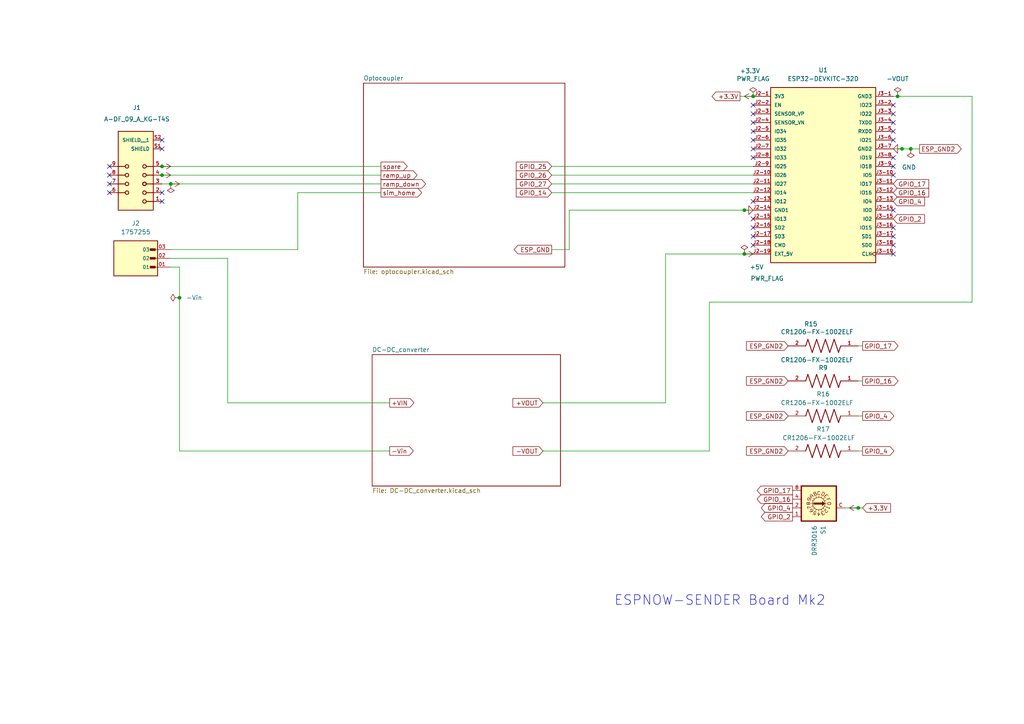
<source format=kicad_sch>
(kicad_sch (version 20250114) (generator "eeschema") (generator_version "9.0")
  (paper "A4")
  (lib_symbols
    (symbol "1757255:1757255" (pin_names (offset 1.016))
      (property "Reference" "J" (at -6.85 5.08 0))
      (property "Value" "1757255" (at -6.35 -7.62 0))
      (symbol "1757255_0_0"
        (rectangle (start -6.35 -5.08) (end 6.35 5.08) (stroke (width 0.254)) (fill (type background)))
        (rectangle (start -5.715 2.2225) (end -4.1275 2.8575) (stroke (width 0.1)) (fill (type outline)))
        (rectangle (start -5.715 -0.3175) (end -4.1275 0.3175) (stroke (width 0.1)) (fill (type outline)))
        (rectangle (start -5.715 -2.8575) (end -4.1275 -2.2225) (stroke (width 0.1)) (fill (type outline)))
        (pin passive line (at -10.16 2.54 0) (length 5.08) (name "01") (number "01"))
        (pin passive line (at -10.16 0 0) (length 5.08) (name "02") (number "02"))
        (pin passive line (at -10.16 -2.54 0) (length 5.08) (name "03") (number "03"))
      )
    )
    (symbol "A-DF_09_A_KG-T4S:A-DF_09_A_KG-T4S" (pin_names (offset 1.016))
      (property "Reference" "J" (at -5.08 10.795 0))
      (property "Value" "A-DF_09_A_KG-T4S" (at -5.08 -15.24 0))
      (symbol "A-DF_09_A_KG-T4S_0_0"
        (polyline (pts (xy -5.08 7.62) (xy -3.048 7.62)) (stroke (width 0.254)))
        (polyline (pts (xy -5.08 5.08) (xy -3.048 5.08)) (stroke (width 0.254)))
        (polyline (pts (xy -5.08 2.54) (xy -3.048 2.54)) (stroke (width 0.254)))
        (polyline (pts (xy -5.08 0) (xy -3.048 0)) (stroke (width 0.254)))
        (polyline (pts (xy -5.08 -2.54) (xy -3.048 -2.54)) (stroke (width 0.254)))
        (rectangle (start -5.08 -12.7) (end 5.08 10.16) (stroke (width 0.254)) (fill (type background)))
        (circle (center -2.54 7.62) (radius 0.508) (stroke (width 0.254)))
        (circle (center -2.54 5.08) (radius 0.508) (stroke (width 0.254)))
        (circle (center -2.54 2.54) (radius 0.508) (stroke (width 0.254)))
        (circle (center -2.54 2.54) (radius 0.508) (stroke (width 0.254)))
        (circle (center -2.54 0) (radius 0.508) (stroke (width 0.254)))
        (circle (center -2.54 -2.54) (radius 0.508) (stroke (width 0.254)))
        (circle (center 2.54 5.08) (radius 0.508) (stroke (width 0.254)))
        (circle (center 2.54 2.54) (radius 0.508) (stroke (width 0.254)))
        (circle (center 2.54 0) (radius 0.508) (stroke (width 0.254)))
        (circle (center 2.54 -2.54) (radius 0.508) (stroke (width 0.254)))
        (polyline (pts (xy 5.08 5.08) (xy 3.048 5.08)) (stroke (width 0.254)))
        (polyline (pts (xy 5.08 2.54) (xy 3.048 2.54)) (stroke (width 0.254)))
        (polyline (pts (xy 5.08 0) (xy 3.048 0)) (stroke (width 0.254)))
        (polyline (pts (xy 5.08 -2.54) (xy 3.048 -2.54)) (stroke (width 0.254)))
        (pin passive line (at -7.62 7.62 0) (length 2.54) (name "~") (number "1"))
        (pin passive line (at -7.62 5.08 0) (length 2.54) (name "~") (number "2"))
        (pin passive line (at -7.62 2.54 0) (length 2.54) (name "~") (number "3"))
        (pin passive line (at -7.62 0 0) (length 2.54) (name "~") (number "4"))
        (pin passive line (at -7.62 -2.54 0) (length 2.54) (name "~") (number "5"))
        (pin passive line (at -7.62 -7.62 0) (length 2.54) (name "SHIELD") (number "S1"))
        (pin passive line (at -7.62 -10.16 0) (length 2.54) (name "SHIELD__1") (number "S2"))
        (pin passive line (at 7.62 5.08 180) (length 2.54) (name "~") (number "6"))
        (pin passive line (at 7.62 2.54 180) (length 2.54) (name "~") (number "7"))
        (pin passive line (at 7.62 0 180) (length 2.54) (name "~") (number "8"))
        (pin passive line (at 7.62 -2.54 180) (length 2.54) (name "~") (number "9"))
      )
    )
    (symbol "CR1206-FX-1002ELF:CR1206-FX-1002ELF" (pin_names (offset 1.016))
      (property "Reference" "R" (at -7.6244 2.5415 0))
      (property "Value" "CR1206-FX-1002ELF" (at -7.63 -5.0866 0))
      (symbol "CR1206-FX-1002ELF_0_0"
        (polyline (pts (xy -5.08 0) (xy -4.445 1.905)) (stroke (width 0.254)))
        (polyline (pts (xy -4.445 1.905) (xy -3.175 -1.905)) (stroke (width 0.254)))
        (polyline (pts (xy -3.175 -1.905) (xy -1.905 1.905)) (stroke (width 0.254)))
        (polyline (pts (xy -1.905 1.905) (xy -0.635 -1.905)) (stroke (width 0.254)))
        (polyline (pts (xy -0.635 -1.905) (xy 0.635 1.905)) (stroke (width 0.254)))
        (polyline (pts (xy 0.635 1.905) (xy 1.905 -1.905)) (stroke (width 0.254)))
        (polyline (pts (xy 1.905 -1.905) (xy 3.175 1.905)) (stroke (width 0.254)))
        (polyline (pts (xy 3.175 1.905) (xy 4.445 -1.905)) (stroke (width 0.254)))
        (polyline (pts (xy 4.445 -1.905) (xy 5.08 0)) (stroke (width 0.254)))
        (pin passive line (at -10.16 0 0) (length 5.08) (name "~") (number "1"))
        (pin passive line (at 10.16 0 180) (length 5.08) (name "~") (number "2"))
      )
    )
    (symbol "DRR3016:DRR3016" (pin_names (offset 1.016))
      (property "Reference" "S" (at -4.4499 -5.0856 90))
      (property "Value" "DRR3016" (at 8.9007 -5.0861 90))
      (symbol "DRR3016_0_0"
        (rectangle (start -3.81 -5.08) (end 6.35 5.08) (stroke (width 0.4064)) (fill (type background)))
        (polyline (pts (xy -2.2352 0.1524) (xy -1.7526 -0.3048)) (stroke (width 0.127)))
        (polyline (pts (xy -2.0574 -1.143) (xy -1.8796 -1.5748)) (stroke (width 0.127)))
        (polyline (pts (xy -2.032 1.143) (xy -1.778 1.7018)) (stroke (width 0.127)))
        (polyline (pts (xy -2.032 1.143) (xy -1.6256 0.9398)) (stroke (width 0.127)))
        (polyline (pts (xy -1.9812 -1.016) (xy -2.0574 -1.143)) (stroke (width 0.127)))
        (polyline (pts (xy -1.778 -0.9144) (xy -1.9812 -1.016)) (stroke (width 0.127)))
        (polyline (pts (xy -1.7526 -0.3048) (xy -1.7526 0.3048)) (stroke (width 0.127)))
        (polyline (pts (xy -1.651 1.1684) (xy -1.5494 1.397)) (stroke (width 0.127)))
        (polyline (pts (xy -1.6256 0.9398) (xy -1.651 1.1684)) (stroke (width 0.127)))
        (polyline (pts (xy -1.6256 -0.9398) (xy -1.778 -0.9144)) (stroke (width 0.127)))
        (polyline (pts (xy -1.6256 -0.9398) (xy -1.5494 -1.143)) (stroke (width 0.127)))
        (polyline (pts (xy -1.6256 -1.6256) (xy -1.8796 -1.5748)) (stroke (width 0.127)))
        (polyline (pts (xy -1.5748 -0.8128) (xy -1.6256 -0.9398)) (stroke (width 0.127)))
        (polyline (pts (xy -1.5494 1.397) (xy -1.3462 1.4732)) (stroke (width 0.127)))
        (polyline (pts (xy -1.3716 -0.7112) (xy -1.5748 -0.8128)) (stroke (width 0.127)))
        (polyline (pts (xy -1.3716 -2.0574) (xy -1.2192 -1.9304)) (stroke (width 0.127)))
        (polyline (pts (xy -1.3716 -2.286) (xy -1.3716 -2.0574)) (stroke (width 0.127)))
        (polyline (pts (xy -1.3716 -2.286) (xy -1.1176 -2.5654)) (stroke (width 0.127)))
        (polyline (pts (xy -1.3462 1.4732) (xy -1.0922 1.3462)) (stroke (width 0.127)))
        (polyline (pts (xy -1.2954 0.1524) (xy -2.2352 0.1524)) (stroke (width 0.127)))
        (polyline (pts (xy -1.2192 -1.9304) (xy -0.3556 -1.9812)) (stroke (width 0.127)))
        (polyline (pts (xy -1.1684 2.3876) (xy -0.9652 2.7432)) (stroke (width 0.127)))
        (polyline (pts (xy -1.143 0.889) (xy -1.3462 0.8128)) (stroke (width 0.127)))
        (polyline (pts (xy -1.143 -0.762) (xy -1.3716 -0.7112)) (stroke (width 0.127)))
        (polyline (pts (xy -1.143 -0.762) (xy -0.9652 -1.1938)) (stroke (width 0.127)))
        (polyline (pts (xy -1.1176 -2.5654) (xy -0.8382 -2.5654)) (stroke (width 0.127)))
        (polyline (pts (xy -1.0922 1.3462) (xy -1.016 1.143)) (stroke (width 0.127)))
        (polyline (pts (xy -1.0668 1.9304) (xy -1.1684 2.3876)) (stroke (width 0.127)))
        (polyline (pts (xy -1.0668 -1.3716) (xy -0.9652 -1.1938)) (stroke (width 0.127)))
        (polyline (pts (xy -1.016 1.143) (xy -1.143 0.889)) (stroke (width 0.127)))
        (polyline (pts (xy -0.9144 0) (xy -0.5334 0)) (stroke (width 0.127)))
        (polyline (pts (xy -0.8636 1.7272) (xy -1.0668 1.9304)) (stroke (width 0.127)))
        (polyline (pts (xy -0.762 -1.5494) (xy -0.3556 -1.9812)) (stroke (width 0.127)))
        (polyline (pts (xy -0.7112 2.3368) (xy -1.0668 1.9304)) (stroke (width 0.127)))
        (polyline (pts (xy -0.6096 1.7272) (xy -0.8636 1.7272)) (stroke (width 0.127)))
        (polyline (pts (xy -0.6096 1.7272) (xy -0.3556 1.9812)) (stroke (width 0.127)))
        (polyline (pts (xy -0.4572 2.3368) (xy -0.7112 2.3368)) (stroke (width 0.127)))
        (polyline (pts (xy -0.381 0.7366) (xy -0.762 0.889)) (stroke (width 0.127)))
        (polyline (pts (xy -0.381 -0.7112) (xy -0.762 -0.8636)) (stroke (width 0.127)))
        (polyline (pts (xy -0.3556 2.2352) (xy -0.4572 2.3368)) (stroke (width 0.127)))
        (polyline (pts (xy -0.3556 1.9812) (xy -0.3556 2.2352)) (stroke (width 0.127)))
        (polyline (pts (xy -0.3048 3.0988) (xy 0.254 3.3528)) (stroke (width 0.127)))
        (polyline (pts (xy -0.1778 -3.1496) (xy 0.127 -3.0988)) (stroke (width 0.127)))
        (polyline (pts (xy -0.0254 -1.27) (xy -0.2794 -1.524)) (stroke (width 0.127)))
        (polyline (pts (xy 0 1.27) (xy -0.254 1.524)) (stroke (width 0.127)))
        (polyline (pts (xy 0.0762 -2.2352) (xy 0.3556 -2.3622)) (stroke (width 0.127)))
        (polyline (pts (xy 0.1016 2.4384) (xy 0.1524 2.286)) (stroke (width 0.127)))
        (polyline (pts (xy 0.2032 -2.3114) (xy -0.1778 -3.1496)) (stroke (width 0.127)))
        (polyline (pts (xy 0.254 3.3528) (xy 0.3048 3.2004)) (stroke (width 0.127)))
        (polyline (pts (xy 0.3048 3.2004) (xy 0.1016 2.4384)) (stroke (width 0.127)))
        (polyline (pts (xy 0.508 -1.651) (xy 0.3556 -1.9812)) (stroke (width 0.127)))
        (polyline (pts (xy 0.6096 1.7018) (xy 0.4572 2.0828)) (stroke (width 0.127)))
        (polyline (pts (xy 0.762 -1.0922) (xy 1.27 -1.6002)) (stroke (width 0.254)))
        (polyline (pts (xy 0.9652 -2.7432) (xy 0.9652 -3.3528)) (stroke (width 0.127)))
        (polyline (pts (xy 0.9652 -3.3528) (xy 1.1176 -3.5052)) (stroke (width 0.127)))
        (polyline (pts (xy 0.9906 3.3274) (xy 0.9906 3.175)) (stroke (width 0.127)))
        (polyline (pts (xy 0.9906 3.175) (xy 1.143 3.0226)) (stroke (width 0.127)))
        (polyline (pts (xy 0.9906 2.8702) (xy 0.9906 2.7178)) (stroke (width 0.127)))
        (polyline (pts (xy 0.9906 2.7178) (xy 1.143 2.5654)) (stroke (width 0.127)))
        (polyline (pts (xy 1.016 -1.2192) (xy 1.524 -1.2192)) (stroke (width 0.254)))
        (rectangle (start 1.0165 -1.0165) (end 1.524 1.524) (stroke (width 0.1)) (fill (type outline)))
        (polyline (pts (xy 1.1176 -2.5654) (xy 0.9652 -2.7432)) (stroke (width 0.127)))
        (polyline (pts (xy 1.1176 -3.5052) (xy 1.4224 -3.5052)) (stroke (width 0.127)))
        (polyline (pts (xy 1.143 3.5052) (xy 0.9906 3.3274)) (stroke (width 0.127)))
        (polyline (pts (xy 1.143 3.0226) (xy 0.9906 2.8702)) (stroke (width 0.127)))
        (polyline (pts (xy 1.143 3.0226) (xy 1.4478 3.0226)) (stroke (width 0.127)))
        (polyline (pts (xy 1.143 2.5654) (xy 1.4478 2.5654)) (stroke (width 0.127)))
        (polyline (pts (xy 1.27 1.8034) (xy 1.27 2.1844)) (stroke (width 0.127)))
        (circle (center 1.27 0) (radius 1.8034) (stroke (width 0.127)))
        (polyline (pts (xy 1.27 -1.4732) (xy 1.27 -1.3462)) (stroke (width 0.254)))
        (polyline (pts (xy 1.27 -1.6002) (xy 1.778 -1.0922)) (stroke (width 0.254)))
        (polyline (pts (xy 1.27 -1.8288) (xy 1.27 -2.2098)) (stroke (width 0.127)))
        (polyline (pts (xy 1.4224 -2.5654) (xy 1.1176 -2.5654)) (stroke (width 0.127)))
        (polyline (pts (xy 1.4224 -3.5052) (xy 1.5748 -3.3528)) (stroke (width 0.127)))
        (polyline (pts (xy 1.4478 3.5052) (xy 1.143 3.5052)) (stroke (width 0.127)))
        (polyline (pts (xy 1.4478 3.0226) (xy 1.6002 3.175)) (stroke (width 0.127)))
        (polyline (pts (xy 1.4478 2.5654) (xy 1.6002 2.7178)) (stroke (width 0.127)))
        (polyline (pts (xy 1.5748 -2.7432) (xy 1.4224 -2.5654)) (stroke (width 0.127)))
        (polyline (pts (xy 1.5748 -3.3528) (xy 1.5748 -2.7432)) (stroke (width 0.127)))
        (polyline (pts (xy 1.6002 3.3274) (xy 1.4478 3.5052)) (stroke (width 0.127)))
        (polyline (pts (xy 1.6002 3.175) (xy 1.6002 3.3274)) (stroke (width 0.127)))
        (polyline (pts (xy 1.6002 2.8702) (xy 1.4478 3.0226)) (stroke (width 0.127)))
        (polyline (pts (xy 1.6002 2.7178) (xy 1.6002 2.8702)) (stroke (width 0.127)))
        (polyline (pts (xy 1.778 -1.0922) (xy 0.762 -1.0922)) (stroke (width 0.254)))
        (polyline (pts (xy 1.9812 -1.6764) (xy 2.1336 -2.032)) (stroke (width 0.127)))
        (polyline (pts (xy 2.032 1.651) (xy 2.1844 1.9812)) (stroke (width 0.127)))
        (polyline (pts (xy 2.2352 3.048) (xy 2.3368 2.794)) (stroke (width 0.127)))
        (polyline (pts (xy 2.3368 3.2512) (xy 2.2352 3.048)) (stroke (width 0.127)))
        (polyline (pts (xy 2.3368 2.794) (xy 2.794 2.5908)) (stroke (width 0.127)))
        (polyline (pts (xy 2.3876 -3.3274) (xy 2.8702 -3.0988)) (stroke (width 0.127)))
        (polyline (pts (xy 2.4892 2.3876) (xy 2.032 2.4384)) (stroke (width 0.127)))
        (polyline (pts (xy 2.5654 1.2954) (xy 2.8194 1.5494)) (stroke (width 0.127)))
        (polyline (pts (xy 2.5654 -1.2954) (xy 2.8194 -1.5494)) (stroke (width 0.127)))
        (polyline (pts (xy 2.5908 3.302) (xy 2.3368 3.2512)) (stroke (width 0.127)))
        (polyline (pts (xy 2.667 -2.667) (xy 2.3114 -2.8194)) (stroke (width 0.127)))
        (polyline (pts (xy 2.667 -2.667) (xy 2.4638 -2.2352)) (stroke (width 0.127)))
        (polyline (pts (xy 2.794 2.5908) (xy 2.4892 2.3876)) (stroke (width 0.127)))
        (polyline (pts (xy 2.794 2.032) (xy 3.0988 2.3368)) (stroke (width 0.127)))
        (polyline (pts (xy 2.8702 -3.0988) (xy 2.667 -2.667)) (stroke (width 0.127)))
        (polyline (pts (xy 2.8956 3.1496) (xy 2.5908 3.302)) (stroke (width 0.127)))
        (polyline (pts (xy 2.8956 3.1496) (xy 2.9464 2.8448)) (stroke (width 0.127)))
        (polyline (pts (xy 2.921 0.6604) (xy 3.3274 0.8382)) (stroke (width 0.127)))
        (polyline (pts (xy 2.9464 2.8448) (xy 2.794 2.5908)) (stroke (width 0.127)))
        (polyline (pts (xy 2.9464 -0.7112) (xy 3.2766 -0.8382)) (stroke (width 0.127)))
        (polyline (pts (xy 3.0988 2.3368) (xy 3.302 2.54)) (stroke (width 0.127)))
        (polyline (pts (xy 3.0988 2.3368) (xy 3.6068 1.8288)) (stroke (width 0.127)))
        (polyline (pts (xy 3.0988 0) (xy 3.4798 0)) (stroke (width 0.127)))
        (polyline (pts (xy 3.2766 -1.5748) (xy 2.8702 -1.9558)) (stroke (width 0.127)))
        (polyline (pts (xy 3.2766 -1.5748) (xy 3.6322 -1.9304)) (stroke (width 0.127)))
        (polyline (pts (xy 3.302 2.54) (xy 3.7592 2.4892)) (stroke (width 0.127)))
        (polyline (pts (xy 3.5306 -1.1684) (xy 3.6068 -1.3716)) (stroke (width 0.127)))
        (polyline (pts (xy 3.556 1.1684) (xy 4.0132 1.3716)) (stroke (width 0.127)))
        (polyline (pts (xy 3.6068 1.8288) (xy 3.302 1.524)) (stroke (width 0.127)))
        (polyline (pts (xy 3.6068 -1.3716) (xy 4.2418 -1.6764)) (stroke (width 0.127)))
        (polyline (pts (xy 3.6322 -1.9304) (xy 3.4036 -2.159)) (stroke (width 0.127)))
        (polyline (pts (xy 3.6322 -1.9304) (xy 3.9878 -2.286)) (stroke (width 0.127)))
        (polyline (pts (xy 3.7084 -0.762) (xy 3.5306 -1.1684)) (stroke (width 0.127)))
        (polyline (pts (xy 3.7592 2.4892) (xy 3.81 2.032)) (stroke (width 0.127)))
        (polyline (pts (xy 3.7592 0.6604) (xy 3.556 1.1684)) (stroke (width 0.127)))
        (polyline (pts (xy 3.81 2.032) (xy 3.6068 1.8288)) (stroke (width 0.127)))
        (polyline (pts (xy 3.81 0.1524) (xy 3.81 -0.1524)) (stroke (width 0.127)))
        (polyline (pts (xy 3.81 -0.1524) (xy 4.0132 -0.3048)) (stroke (width 0.127)))
        (polyline (pts (xy 3.937 0.635) (xy 3.7592 0.6604)) (stroke (width 0.127)))
        (polyline (pts (xy 3.9878 -2.286) (xy 3.556 -2.7178)) (stroke (width 0.127)))
        (polyline (pts (xy 4.0132 1.3716) (xy 4.4196 1.5748)) (stroke (width 0.127)))
        (polyline (pts (xy 4.0132 0.3048) (xy 3.81 0.1524)) (stroke (width 0.127)))
        (polyline (pts (xy 4.0132 0.3048) (xy 4.6228 0.3048)) (stroke (width 0.127)))
        (polyline (pts (xy 4.1148 0.7112) (xy 3.937 0.635)) (stroke (width 0.127)))
        (polyline (pts (xy 4.2164 0.9144) (xy 4.0132 1.3716)) (stroke (width 0.127)))
        (polyline (pts (xy 4.2164 0.9144) (xy 4.1148 0.7112)) (stroke (width 0.127)))
        (polyline (pts (xy 4.2418 -1.6764) (xy 4.4196 -1.6002)) (stroke (width 0.127)))
        (polyline (pts (xy 4.3688 0.8636) (xy 4.2164 0.9144)) (stroke (width 0.127)))
        (polyline (pts (xy 4.4196 1.5748) (xy 4.6228 1.1176)) (stroke (width 0.127)))
        (polyline (pts (xy 4.4196 -1.6002) (xy 4.6228 -1.1684)) (stroke (width 0.127)))
        (polyline (pts (xy 4.572 0.9652) (xy 4.3688 0.8636)) (stroke (width 0.127)))
        (polyline (pts (xy 4.6228 1.1176) (xy 4.572 0.9652)) (stroke (width 0.127)))
        (polyline (pts (xy 4.6228 0.3048) (xy 4.7752 0.1524)) (stroke (width 0.127)))
        (polyline (pts (xy 4.6228 -1.1684) (xy 3.7084 -0.762)) (stroke (width 0.127)))
        (polyline (pts (xy 4.7752 0.1524) (xy 4.7752 -0.1524)) (stroke (width 0.127)))
        (polyline (pts (xy 4.7752 -0.1524) (xy 4.6228 -0.3048)) (stroke (width 0.127)))
        (pin passive line (at -2.54 7.62 270) (length 2.54) (name "~") (number "1"))
        (pin passive line (at 0 7.62 270) (length 2.54) (name "~") (number "2"))
        (pin passive line (at 0 -7.62 90) (length 2.54) (name "~") (number "C"))
        (pin passive line (at 2.54 7.62 270) (length 2.54) (name "~") (number "4"))
        (pin passive line (at 5.08 7.62 270) (length 2.54) (name "~") (number "8"))
      )
    )
    (symbol "ESP32-DEVKITC-32D:ESP32-DEVKITC-32D" (pin_names (offset 1.016))
      (property "Reference" "U" (at -15.2572 26.0643 0))
      (property "Value" "ESP32-DEVKITC-32D" (at -15.2563 -27.9698 0))
      (symbol "ESP32-DEVKITC-32D_0_0"
        (rectangle (start -15.24 -25.4) (end 15.24 25.4) (stroke (width 0.254)) (fill (type background)))
        (pin power_in line (at -20.32 22.86 0) (length 5.08) (name "3V3") (number "J2-1"))
        (pin input line (at -20.32 20.32 0) (length 5.08) (name "EN") (number "J2-2"))
        (pin input line (at -20.32 17.78 0) (length 5.08) (name "SENSOR_VP") (number "J2-3"))
        (pin input line (at -20.32 15.24 0) (length 5.08) (name "SENSOR_VN") (number "J2-4"))
        (pin bidirectional line (at -20.32 12.7 0) (length 5.08) (name "IO34") (number "J2-5"))
        (pin bidirectional line (at -20.32 10.16 0) (length 5.08) (name "IO35") (number "J2-6"))
        (pin bidirectional line (at -20.32 7.62 0) (length 5.08) (name "IO32") (number "J2-7"))
        (pin bidirectional line (at -20.32 5.08 0) (length 5.08) (name "IO33") (number "J2-8"))
        (pin bidirectional line (at -20.32 2.54 0) (length 5.08) (name "IO25") (number "J2-9"))
        (pin bidirectional line (at -20.32 0 0) (length 5.08) (name "IO26") (number "J2-10"))
        (pin bidirectional line (at -20.32 -2.54 0) (length 5.08) (name "IO27") (number "J2-11"))
        (pin bidirectional line (at -20.32 -5.08 0) (length 5.08) (name "IO14") (number "J2-12"))
        (pin bidirectional line (at -20.32 -7.62 0) (length 5.08) (name "IO12") (number "J2-13"))
        (pin power_in line (at -20.32 -10.16 0) (length 5.08) (name "GND1") (number "J2-14"))
        (pin bidirectional line (at -20.32 -12.7 0) (length 5.08) (name "IO13") (number "J2-15"))
        (pin bidirectional line (at -20.32 -15.24 0) (length 5.08) (name "SD2") (number "J2-16"))
        (pin bidirectional line (at -20.32 -17.78 0) (length 5.08) (name "SD3") (number "J2-17"))
        (pin bidirectional line (at -20.32 -20.32 0) (length 5.08) (name "CMD") (number "J2-18"))
        (pin power_in line (at -20.32 -22.86 0) (length 5.08) (name "EXT_5V") (number "J2-19"))
        (pin power_in line (at 20.32 22.86 180) (length 5.08) (name "GND3") (number "J3-1"))
        (pin bidirectional line (at 20.32 20.32 180) (length 5.08) (name "IO23") (number "J3-2"))
        (pin bidirectional line (at 20.32 17.78 180) (length 5.08) (name "IO22") (number "J3-3"))
        (pin output line (at 20.32 15.24 180) (length 5.08) (name "TXD0") (number "J3-4"))
        (pin input line (at 20.32 12.7 180) (length 5.08) (name "RXD0") (number "J3-5"))
        (pin bidirectional line (at 20.32 10.16 180) (length 5.08) (name "IO21") (number "J3-6"))
        (pin power_in line (at 20.32 7.62 180) (length 5.08) (name "GND2") (number "J3-7"))
        (pin bidirectional line (at 20.32 5.08 180) (length 5.08) (name "IO19") (number "J3-8"))
        (pin bidirectional line (at 20.32 2.54 180) (length 5.08) (name "IO18") (number "J3-9"))
        (pin bidirectional line (at 20.32 0 180) (length 5.08) (name "IO5") (number "J3-10"))
        (pin bidirectional line (at 20.32 -2.54 180) (length 5.08) (name "IO17") (number "J3-11"))
        (pin bidirectional line (at 20.32 -5.08 180) (length 5.08) (name "IO16") (number "J3-12"))
        (pin bidirectional line (at 20.32 -7.62 180) (length 5.08) (name "IO4") (number "J3-13"))
        (pin bidirectional line (at 20.32 -10.16 180) (length 5.08) (name "IO0") (number "J3-14"))
        (pin bidirectional line (at 20.32 -12.7 180) (length 5.08) (name "IO2") (number "J3-15"))
        (pin bidirectional line (at 20.32 -15.24 180) (length 5.08) (name "IO15") (number "J3-16"))
        (pin bidirectional line (at 20.32 -17.78 180) (length 5.08) (name "SD1") (number "J3-17"))
        (pin bidirectional line (at 20.32 -20.32 180) (length 5.08) (name "SD0") (number "J3-18"))
        (pin input clock (at 20.32 -22.86 180) (length 5.08) (name "CLK") (number "J3-19"))
      )
    )
    (symbol "power:+24V" (power) (pin_numbers (hide yes)) (pin_names (offset 0) (hide yes))
      (property "Value" "+24V" (at 0 3.556 0))
      (symbol "+24V_0_1"
        (polyline (pts (xy -0.762 1.27) (xy 0 2.54)))
        (polyline (pts (xy 0 2.54) (xy 0.762 1.27)))
        (polyline (pts (xy 0 0) (xy 0 2.54)))
      )
      (symbol "+24V_1_1"
        (pin power_in line (at 0 0 90) (length 0) (name "~") (number "1"))
      )
    )
    (symbol "power:+3.3V" (power) (pin_numbers (hide yes)) (pin_names (offset 0) (hide yes))
      (property "Value" "+3.3V" (at 0 3.556 0))
      (symbol "+3.3V_0_1"
        (polyline (pts (xy -0.762 1.27) (xy 0 2.54)))
        (polyline (pts (xy 0 2.54) (xy 0.762 1.27)))
        (polyline (pts (xy 0 0) (xy 0 2.54)))
      )
      (symbol "+3.3V_1_1"
        (pin power_in line (at 0 0 90) (length 0) (name "~") (number "1"))
      )
    )
    (symbol "power:+5V" (power) (pin_numbers (hide yes)) (pin_names (offset 0) (hide yes))
      (property "Value" "+5V" (at 0 3.556 0))
      (symbol "+5V_0_1"
        (polyline (pts (xy -0.762 1.27) (xy 0 2.54)))
        (polyline (pts (xy 0 2.54) (xy 0.762 1.27)))
        (polyline (pts (xy 0 0) (xy 0 2.54)))
      )
      (symbol "+5V_1_1"
        (pin power_in line (at 0 0 90) (length 0) (name "~") (number "1"))
      )
    )
    (symbol "power:GND" (power) (pin_numbers (hide yes)) (pin_names (offset 0) (hide yes))
      (property "Value" "GND" (at 0 -3.81 0))
      (symbol "GND_0_1"
        (polyline (pts (xy 0 0) (xy 0 -1.27) (xy 1.27 -1.27) (xy 0 -2.54) (xy -1.27 -1.27) (xy 0 -1.27)))
      )
      (symbol "GND_1_1"
        (pin power_in line (at 0 0 270) (length 0) (name "~") (number "1"))
      )
    )
    (symbol "power:PWR_FLAG" (power) (pin_numbers (hide yes)) (pin_names (offset 0) (hide yes))
      (property "Value" "PWR_FLAG" (at 0 3.81 0))
      (symbol "PWR_FLAG_0_0"
        (pin power_out line (at 0 0 90) (length 0) (name "~") (number "1"))
      )
      (symbol "PWR_FLAG_0_1"
        (polyline (pts (xy 0 0) (xy 0 1.27) (xy -1.016 1.905) (xy 0 2.54) (xy 1.016 1.905) (xy 0 1.27)))
      )
    )
  )
  (text "ESPNOW-SENDER Board Mk2\n" (at 208.788 174.244 0) (effects (font (size 2.794 2.794))))
  (junction (at 261.62 43.18))
  (junction (at 46.99 50.8))
  (junction (at 260.35 27.94))
  (junction (at 215.9 60.96))
  (junction (at 49.53 53.34))
  (junction (at 248.92 147.32))
  (junction (at 46.99 48.26))
  (junction (at 52.07 86.36))
  (junction (at 215.9 73.66))
  (junction (at 264.16 43.18))
  (junction (at 218.44 27.94))
  (no_connect (at 46.99 58.42))
  (no_connect (at 259.08 71.12))
  (no_connect (at 259.08 48.26))
  (no_connect (at 218.44 30.48))
  (no_connect (at 218.44 68.58))
  (no_connect (at 259.08 38.1))
  (no_connect (at 218.44 71.12))
  (no_connect (at 218.44 35.56))
  (no_connect (at 46.99 55.88))
  (no_connect (at 259.08 68.58))
  (no_connect (at 259.08 60.96))
  (no_connect (at 259.08 45.72))
  (no_connect (at 259.08 35.56))
  (no_connect (at 31.75 53.34))
  (no_connect (at 259.08 66.04))
  (no_connect (at 218.44 58.42))
  (no_connect (at 259.08 73.66))
  (no_connect (at 31.75 48.26))
  (no_connect (at 259.08 30.48))
  (no_connect (at 218.44 40.64))
  (no_connect (at 259.08 50.8))
  (no_connect (at 218.44 38.1))
  (no_connect (at 46.99 40.64))
  (no_connect (at 218.44 63.5))
  (no_connect (at 218.44 45.72))
  (no_connect (at 259.08 40.64))
  (no_connect (at 218.44 33.02))
  (no_connect (at 46.99 43.18))
  (no_connect (at 31.75 50.8))
  (no_connect (at 218.44 43.18))
  (no_connect (at 218.44 66.04))
  (no_connect (at 31.75 55.88))
  (no_connect (at 259.08 33.02))
  (wire (pts (xy 261.62 43.18) (xy 259.08 43.18)))
  (wire (pts (xy 250.19 120.65) (xy 248.92 120.65)))
  (wire (pts (xy 250.19 147.32) (xy 248.92 147.32)))
  (wire (pts (xy 160.02 55.88) (xy 218.44 55.88)))
  (wire (pts (xy 215.9 60.96) (xy 218.44 60.96)))
  (wire (pts (xy 113.03 130.81) (xy 52.07 130.81)))
  (wire (pts (xy 205.74 130.81) (xy 205.74 87.63)))
  (wire (pts (xy 193.04 116.84) (xy 193.04 73.66)))
  (wire (pts (xy 66.04 116.84) (xy 113.03 116.84)))
  (wire (pts (xy 193.04 73.66) (xy 215.9 73.66)))
  (wire (pts (xy 49.53 77.47) (xy 52.07 77.47)))
  (wire (pts (xy 160.02 72.39) (xy 165.1 72.39)))
  (wire (pts (xy 250.19 100.33) (xy 248.92 100.33)))
  (wire (pts (xy 160.02 50.8) (xy 218.44 50.8)))
  (wire (pts (xy 49.53 72.39) (xy 86.36 72.39)))
  (wire (pts (xy 250.19 130.81) (xy 248.92 130.81)))
  (wire (pts (xy 157.48 130.81) (xy 205.74 130.81)))
  (wire (pts (xy 215.9 73.66) (xy 218.44 73.66)))
  (wire (pts (xy 86.36 55.88) (xy 110.49 55.88)))
  (wire (pts (xy 49.53 53.34) (xy 110.49 53.34)))
  (wire (pts (xy 52.07 130.81) (xy 52.07 86.36)))
  (wire (pts (xy 160.02 53.34) (xy 218.44 53.34)))
  (wire (pts (xy 66.04 116.84) (xy 66.04 74.93)))
  (wire (pts (xy 52.07 77.47) (xy 52.07 86.36)))
  (wire (pts (xy 266.7 43.18) (xy 264.16 43.18)))
  (wire (pts (xy 248.92 147.32) (xy 245.11 147.32)))
  (wire (pts (xy 250.19 110.49) (xy 248.92 110.49)))
  (wire (pts (xy 165.1 60.96) (xy 215.9 60.96)))
  (wire (pts (xy 86.36 72.39) (xy 86.36 55.88)))
  (wire (pts (xy 264.16 43.18) (xy 261.62 43.18)))
  (wire (pts (xy 165.1 72.39) (xy 165.1 60.96)))
  (wire (pts (xy 281.94 87.63) (xy 281.94 27.94)))
  (wire (pts (xy 260.35 27.94) (xy 281.94 27.94)))
  (wire (pts (xy 259.08 27.94) (xy 260.35 27.94)))
  (wire (pts (xy 160.02 48.26) (xy 218.44 48.26)))
  (wire (pts (xy 46.99 48.26) (xy 110.49 48.26)))
  (wire (pts (xy 46.99 53.34) (xy 49.53 53.34)))
  (wire (pts (xy 66.04 74.93) (xy 49.53 74.93)))
  (wire (pts (xy 157.48 116.84) (xy 193.04 116.84)))
  (wire (pts (xy 205.74 87.63) (xy 281.94 87.63)))
  (wire (pts (xy 46.99 50.8) (xy 110.49 50.8)))
  (wire (pts (xy 214.63 27.94) (xy 218.44 27.94)))
  (global_label "GPIO_25" (shape input) (at 160.02 48.26 180) (property "Intersheetrefs" "${INTERSHEET_REFS}" (effects (hide yes))))
  (global_label "+3.3V" (shape output) (at 214.63 27.94 180) (property "Intersheetrefs" "${INTERSHEET_REFS}" (effects (hide yes))))
  (global_label "spare" (shape output) (at 110.49 48.26 0) (property "Intersheetrefs" "${INTERSHEET_REFS}" (effects (hide yes))))
  (global_label "GPIO_2" (shape output) (at 229.87 149.86 180) (property "Intersheetrefs" "${INTERSHEET_REFS}" (effects (hide yes))))
  (global_label "+VIN" (shape output) (at 113.03 116.84 0) (property "Intersheetrefs" "${INTERSHEET_REFS}" (effects (hide yes))))
  (global_label "-Vin" (shape output) (at 113.03 130.81 0) (property "Intersheetrefs" "${INTERSHEET_REFS}" (effects (hide yes))))
  (global_label "ESP_GND2" (shape input) (at 228.6 120.65 180) (property "Intersheetrefs" "${INTERSHEET_REFS}" (effects (hide yes))))
  (global_label "GPIO_17" (shape output) (at 229.87 142.24 180) (property "Intersheetrefs" "${INTERSHEET_REFS}" (effects (hide yes))))
  (global_label "ESP_GND" (shape output) (at 160.02 72.39 180) (property "Intersheetrefs" "${INTERSHEET_REFS}" (effects (hide yes))))
  (global_label "GPIO_17" (shape input) (at 259.08 53.34 0) (property "Intersheetrefs" "${INTERSHEET_REFS}" (effects (hide yes))))
  (global_label "ramp_down" (shape output) (at 110.49 53.34 0) (property "Intersheetrefs" "${INTERSHEET_REFS}" (effects (hide yes))))
  (global_label "GPIO_14" (shape input) (at 160.02 55.88 180) (property "Intersheetrefs" "${INTERSHEET_REFS}" (effects (hide yes))))
  (global_label "GPIO_4" (shape input) (at 259.08 58.42 0) (property "Intersheetrefs" "${INTERSHEET_REFS}" (effects (hide yes))))
  (global_label "GPIO_17" (shape output) (at 250.19 100.33 0) (property "Intersheetrefs" "${INTERSHEET_REFS}" (effects (hide yes))))
  (global_label "GPIO_4" (shape output) (at 229.87 147.32 180) (property "Intersheetrefs" "${INTERSHEET_REFS}" (effects (hide yes))))
  (global_label "GPIO_27" (shape input) (at 160.02 53.34 180) (property "Intersheetrefs" "${INTERSHEET_REFS}" (effects (hide yes))))
  (global_label "sim_home" (shape output) (at 110.49 55.88 0) (property "Intersheetrefs" "${INTERSHEET_REFS}" (effects (hide yes))))
  (global_label "+VOUT" (shape input) (at 157.48 116.84 180) (property "Intersheetrefs" "${INTERSHEET_REFS}" (effects (hide yes))))
  (global_label "GPIO_2" (shape input) (at 259.08 63.5 0) (property "Intersheetrefs" "${INTERSHEET_REFS}" (effects (hide yes))))
  (global_label "GPIO_16" (shape output) (at 250.19 110.49 0) (property "Intersheetrefs" "${INTERSHEET_REFS}" (effects (hide yes))))
  (global_label "+3.3V" (shape input) (at 250.19 147.32 0) (property "Intersheetrefs" "${INTERSHEET_REFS}" (effects (hide yes))))
  (global_label "ESP_GND2" (shape input) (at 228.6 100.33 180) (property "Intersheetrefs" "${INTERSHEET_REFS}" (effects (hide yes))))
  (global_label "ramp_up" (shape output) (at 110.49 50.8 0) (property "Intersheetrefs" "${INTERSHEET_REFS}" (effects (hide yes))))
  (global_label "ESP_GND2" (shape output) (at 266.7 43.18 0) (property "Intersheetrefs" "${INTERSHEET_REFS}" (effects (hide yes))))
  (global_label "GPIO_4" (shape output) (at 250.19 130.81 0) (property "Intersheetrefs" "${INTERSHEET_REFS}" (effects (hide yes))))
  (global_label "ESP_GND2" (shape input) (at 228.6 110.49 180) (property "Intersheetrefs" "${INTERSHEET_REFS}" (effects (hide yes))))
  (global_label "GPIO_16" (shape output) (at 229.87 144.78 180) (property "Intersheetrefs" "${INTERSHEET_REFS}" (effects (hide yes))))
  (global_label "ESP_GND2" (shape input) (at 228.6 130.81 180) (property "Intersheetrefs" "${INTERSHEET_REFS}" (effects (hide yes))))
  (global_label "GPIO_26" (shape input) (at 160.02 50.8 180) (property "Intersheetrefs" "${INTERSHEET_REFS}" (effects (hide yes))))
  (global_label "GPIO_16" (shape input) (at 259.08 55.88 0) (property "Intersheetrefs" "${INTERSHEET_REFS}" (effects (hide yes))))
  (global_label "GPIO_4" (shape output) (at 250.19 120.65 0) (property "Intersheetrefs" "${INTERSHEET_REFS}" (effects (hide yes))))
  (global_label "-VOUT" (shape input) (at 157.48 130.81 180) (property "Intersheetrefs" "${INTERSHEET_REFS}" (effects (hide yes))))
  (symbol (lib_id "ESP32-DEVKITC-32D:ESP32-DEVKITC-32D") (at 238.76 50.8 0) (unit 1)
    (property "Reference" "U1" (at 238.76 20.32 0))
    (property "Value" "ESP32-DEVKITC-32D" (at 238.76 22.86 0))
    (property "Footprint" "footprints:MODULE_ESP32-DEVKITC-32D" (effects (hide yes)))
    (property "MF" "Espressif Systems" (effects (hide yes)))
    (property "MAXIMUM_PACKAGE_HEIGHT" "N/A" (effects (hide yes)))
    (property "Package" "None" (effects (hide yes)))
    (property "Price" "None" (effects (hide yes)))
    (property "Check_prices" "https://www.snapeda.com/parts/ESP32-DEVKITC-32D/Espressif+Systems/view-part/?ref=eda" (effects (hide yes)))
    (property "STANDARD" "Manufacturer Recommendations" (effects (hide yes)))
    (property "PARTREV" "V4" (effects (hide yes)))
    (property "SnapEDA_Link" "https://www.snapeda.com/parts/ESP32-DEVKITC-32D/Espressif+Systems/view-part/?ref=snap" (effects (hide yes)))
    (property "MP" "ESP32-DEVKITC-32D" (effects (hide yes)))
    (property "Description_1" "WiFi Development Tools (802.11) ESP32 General Development Kit, ESP32-WROOM-32D on the board" (effects (hide yes)))
    (property "MANUFACTURER" "Espressif Systems" (effects (hide yes)))
    (property "Availability" "In Stock" (effects (hide yes)))
    (property "SNAPEDA_PN" "ESP32-DEVKITC-32D" (effects (hide yes)))
  )
  (symbol (lib_id "power:+24V") (at 49.53 53.34 270) (unit 1)
    (property "Reference" "#PWR07" (effects (hide yes)))
    (property "Value" "+24V" (effects (hide yes)))
    (property "Description" "Power symbol creates a global label with name \"+24V\"" (effects (hide yes)))
  )
  (symbol (lib_id "power:PWR_FLAG") (at 215.9 73.66 0) (unit 1)
    (property "Reference" "#FLG03" (effects (hide yes)))
    (property "Value" "PWR_FLAG" (at 222.504 80.772 0))
    (property "Description" "Special symbol for telling ERC where power comes from" (effects (hide yes)))
  )
  (symbol (lib_id "power:PWR_FLAG") (at 264.16 43.18 180) (unit 1)
    (property "Reference" "#FLG06" (effects (hide yes)))
    (property "Value" "GND" (at 265.684 48.514 0) (effects (justify left)))
    (property "Description" "Special symbol for telling ERC where power comes from" (effects (hide yes)))
  )
  (symbol (lib_id "CR1206-FX-1002ELF:CR1206-FX-1002ELF") (at 238.76 100.33 180) (unit 1)
    (property "Reference" "R9" (at 238.76 106.68 0))
    (property "Value" "CR1206-FX-1002ELF" (at 236.982 96.266 0))
    (property "Footprint" "footprints:RESC3216X75N" (effects (hide yes)))
  )
  (symbol (lib_id "power:+3.3V") (at 248.92 147.32 90) (unit 1)
    (property "Reference" "#PWR013" (effects (hide yes)))
    (property "Value" "+3.3V" (effects (hide yes)))
    (property "Description" "Power symbol creates a global label with name \"+3.3V\"" (effects (hide yes)))
  )
  (symbol (lib_id "power:PWR_FLAG") (at 260.35 27.94 0) (unit 1)
    (property "Reference" "#FLG07" (effects (hide yes)))
    (property "Value" "-VOUT" (at 260.35 22.86 0))
    (property "Description" "Special symbol for telling ERC where power comes from" (effects (hide yes)))
  )
  (symbol (lib_id "A-DF_09_A_KG-T4S:A-DF_09_A_KG-T4S") (at 39.37 50.8 180) (unit 1)
    (property "Reference" "J1" (at 40.894 31.242 0) (effects (justify left)))
    (property "Value" "A-DF_09_A_KG-T4S" (at 49.276 34.544 0) (effects (justify left)))
    (property "Footprint" "footprints:ASSMANN_A-DF_09_A_KG-T4S" (effects (hide yes)))
    (property "PARTREV" "05" (effects (hide yes)))
    (property "MANUFACTURER" "Assmann WSW Components" (effects (hide yes)))
    (property "MAXIMUM_PACKAGE_HEIGHT" "12.8mm" (effects (hide yes)))
    (property "STANDARD" "Manufacturer Recommendations" (effects (hide yes)))
  )
  (symbol (lib_id "CR1206-FX-1002ELF:CR1206-FX-1002ELF") (at 238.76 130.81 180) (unit 1)
    (property "Reference" "R17" (at 238.76 124.46 0))
    (property "Value" "CR1206-FX-1002ELF" (at 237.49 127 0))
    (property "Footprint" "footprints:RESC3216X75N" (effects (hide yes)))
  )
  (symbol (lib_id "power:+3.3V") (at 218.44 27.94 90) (unit 1)
    (property "Reference" "#PWR03" (effects (hide yes)))
    (property "Value" "+3.3V" (at 220.472 20.574 90) (effects (justify left)))
    (property "Description" "Power symbol creates a global label with name \"+3.3V\"" (effects (hide yes)))
  )
  (symbol (lib_id "power:PWR_FLAG") (at 218.44 27.94 0) (unit 1)
    (property "Reference" "#FLG04" (effects (hide yes)))
    (property "Value" "PWR_FLAG" (at 218.44 22.86 0))
    (property "Description" "Special symbol for telling ERC where power comes from" (effects (hide yes)))
  )
  (symbol (lib_id "power:PWR_FLAG") (at 52.07 86.36 90) (unit 1)
    (property "Reference" "#FLG01" (effects (hide yes)))
    (property "Value" "-Vin" (at 58.674 86.36 90) (effects (justify left)))
    (property "Description" "Special symbol for telling ERC where power comes from" (effects (hide yes)))
  )
  (symbol (lib_id "1757255:1757255") (at 39.37 74.93 180) (unit 1)
    (property "Reference" "J2" (at 39.37 64.77 0))
    (property "Value" "1757255" (at 39.37 67.31 0))
    (property "Footprint" "footprints:PHOENIX_1757255" (effects (hide yes)))
    (property "PARTREV" "28.07.2023" (effects (hide yes)))
    (property "STANDARD" "Manufacturer Recommendations" (effects (hide yes)))
    (property "MANUFACTURER" "Phoenix Contact" (effects (hide yes)))
  )
  (symbol (lib_id "power:+24V") (at 46.99 48.26 270) (unit 1)
    (property "Reference" "#PWR09" (effects (hide yes)))
    (property "Value" "+24V" (effects (hide yes)))
    (property "Description" "Power symbol creates a global label with name \"+24V\"" (effects (hide yes)))
  )
  (symbol (lib_id "DRR3016:DRR3016") (at 237.49 147.32 90) (unit 1)
    (property "Reference" "S1" (at 238.7601 152.4 0) (effects (justify right)))
    (property "Value" "DRR3016" (at 236.2201 152.4 0) (effects (justify right)))
    (property "Footprint" "footprints:DRR3010" (effects (hide yes)))
    (property "MF" "Knitter Switch" (effects (hide yes)))
    (property "Description_1" "Dip Switch Hexadecimal 16 Position Through Hole, Right Angle Rotary for Tool Actuator 30mA 15VDC" (effects (hide yes)))
    (property "Package" "None" (effects (hide yes)))
    (property "MPN" "DRR3016" (effects (hide yes)))
    (property "Price" "None" (effects (hide yes)))
    (property "OC_FARNELL" "9810439" (effects (hide yes)))
    (property "SnapEDA_Link" "https://www.snapeda.com/parts/DRR3016/Knitter+Switch/view-part/?ref=snap" (effects (hide yes)))
    (property "MP" "DRR3016" (effects (hide yes)))
    (property "OC_NEWARK" "96K8699" (effects (hide yes)))
    (property "Availability" "In Stock" (effects (hide yes)))
    (property "Check_prices" "https://www.snapeda.com/parts/DRR3016/Knitter+Switch/view-part/?ref=eda" (effects (hide yes)))
  )
  (symbol (lib_id "power:+24V") (at 46.99 50.8 270) (unit 1)
    (property "Reference" "#PWR08" (effects (hide yes)))
    (property "Value" "+24V" (effects (hide yes)))
    (property "Description" "Power symbol creates a global label with name \"+24V\"" (effects (hide yes)))
  )
  (symbol (lib_id "power:PWR_FLAG") (at 49.53 53.34 180) (unit 1)
    (property "Reference" "#FLG05" (effects (hide yes)))
    (property "Value" "PWR_FLAG" (effects (hide yes)))
    (property "Description" "Special symbol for telling ERC where power comes from" (effects (hide yes)))
  )
  (symbol (lib_id "CR1206-FX-1002ELF:CR1206-FX-1002ELF") (at 238.76 120.65 180) (unit 1)
    (property "Reference" "R16" (at 238.76 114.3 0))
    (property "Value" "CR1206-FX-1002ELF" (at 236.982 116.84 0))
    (property "Footprint" "footprints:RESC3216X75N" (effects (hide yes)))
  )
  (symbol (lib_id "power:+5V") (at 215.9 73.66 270) (unit 1)
    (property "Reference" "#PWR011" (effects (hide yes)))
    (property "Value" "+5V" (at 217.424 77.47 90) (effects (justify left)))
    (property "Description" "Power symbol creates a global label with name \"+5V\"" (effects (hide yes)))
  )
  (symbol (lib_id "power:GND") (at 261.62 43.18 270) (unit 1)
    (property "Reference" "#PWR05" (effects (hide yes)))
    (property "Value" "GND" (effects (hide yes)))
    (property "Description" "Power symbol creates a global label with name \"GND\" , ground" (effects (hide yes)))
  )
  (symbol (lib_id "CR1206-FX-1002ELF:CR1206-FX-1002ELF") (at 238.76 110.49 180) (unit 1)
    (property "Reference" "R15" (at 235.204 93.98 0))
    (property "Value" "CR1206-FX-1002ELF" (at 236.982 104.394 0))
    (property "Footprint" "footprints:RESC3216X75N" (effects (hide yes)))
  )
  (symbol (lib_id "power:GND") (at 215.9 60.96 90) (unit 1)
    (property "Reference" "#PWR022" (effects (hide yes)))
    (property "Value" "GND" (effects (hide yes)))
    (property "Description" "Power symbol creates a global label with name \"GND\" , ground" (effects (hide yes)))
  )
  (sheet (at 105.41 24.13) (size 58.42 53.34) (stroke (width 0.1524))
    (property "Sheetname" "Optocoupler" (at 105.41 23.4184 0) (effects (justify left bottom)))
    (property "Sheetfile" "optocoupler.kicad_sch" (at 105.41 78.0546 0) (effects (justify left top)))
  )
  (sheet (at 107.95 102.87) (size 54.61 38.1) (stroke (width 0.1524))
    (property "Sheetname" "DC-DC_converter" (at 107.95 102.1584 0) (effects (justify left bottom)))
    (property "Sheetfile" "DC-DC_converter.kicad_sch" (at 107.95 141.5546 0) (effects (justify left top)))
  )
)
</source>
